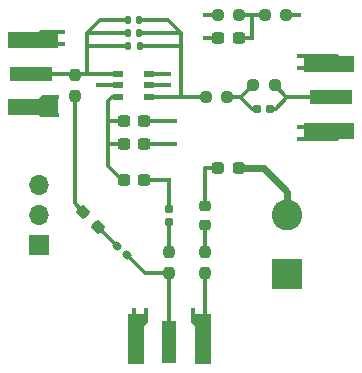
<source format=gbr>
%TF.GenerationSoftware,KiCad,Pcbnew,8.0.2*%
%TF.CreationDate,2025-01-11T01:11:34-03:00*%
%TF.ProjectId,LTC6268-10,4c544336-3236-4382-9d31-302e6b696361,rev?*%
%TF.SameCoordinates,Original*%
%TF.FileFunction,Copper,L1,Top*%
%TF.FilePolarity,Positive*%
%FSLAX46Y46*%
G04 Gerber Fmt 4.6, Leading zero omitted, Abs format (unit mm)*
G04 Created by KiCad (PCBNEW 8.0.2) date 2025-01-11 01:11:34*
%MOMM*%
%LPD*%
G01*
G04 APERTURE LIST*
G04 Aperture macros list*
%AMRoundRect*
0 Rectangle with rounded corners*
0 $1 Rounding radius*
0 $2 $3 $4 $5 $6 $7 $8 $9 X,Y pos of 4 corners*
0 Add a 4 corners polygon primitive as box body*
4,1,4,$2,$3,$4,$5,$6,$7,$8,$9,$2,$3,0*
0 Add four circle primitives for the rounded corners*
1,1,$1+$1,$2,$3*
1,1,$1+$1,$4,$5*
1,1,$1+$1,$6,$7*
1,1,$1+$1,$8,$9*
0 Add four rect primitives between the rounded corners*
20,1,$1+$1,$2,$3,$4,$5,0*
20,1,$1+$1,$4,$5,$6,$7,0*
20,1,$1+$1,$6,$7,$8,$9,0*
20,1,$1+$1,$8,$9,$2,$3,0*%
G04 Aperture macros list end*
%TA.AperFunction,SMDPad,CuDef*%
%ADD10R,3.600000X1.270000*%
%TD*%
%TA.AperFunction,SMDPad,CuDef*%
%ADD11R,4.200000X1.350000*%
%TD*%
%TA.AperFunction,SMDPad,CuDef*%
%ADD12RoundRect,0.237500X-0.250000X-0.237500X0.250000X-0.237500X0.250000X0.237500X-0.250000X0.237500X0*%
%TD*%
%TA.AperFunction,SMDPad,CuDef*%
%ADD13RoundRect,0.237500X-0.300000X-0.237500X0.300000X-0.237500X0.300000X0.237500X-0.300000X0.237500X0*%
%TD*%
%TA.AperFunction,ComponentPad*%
%ADD14R,2.600000X2.600000*%
%TD*%
%TA.AperFunction,ComponentPad*%
%ADD15C,2.600000*%
%TD*%
%TA.AperFunction,SMDPad,CuDef*%
%ADD16RoundRect,0.237500X0.250000X0.237500X-0.250000X0.237500X-0.250000X-0.237500X0.250000X-0.237500X0*%
%TD*%
%TA.AperFunction,SMDPad,CuDef*%
%ADD17R,0.870699X0.507200*%
%TD*%
%TA.AperFunction,SMDPad,CuDef*%
%ADD18RoundRect,0.237500X0.287500X0.237500X-0.287500X0.237500X-0.287500X-0.237500X0.287500X-0.237500X0*%
%TD*%
%TA.AperFunction,SMDPad,CuDef*%
%ADD19RoundRect,0.155000X-0.212500X-0.155000X0.212500X-0.155000X0.212500X0.155000X-0.212500X0.155000X0*%
%TD*%
%TA.AperFunction,SMDPad,CuDef*%
%ADD20RoundRect,0.155000X0.259862X-0.040659X-0.040659X0.259862X-0.259862X0.040659X0.040659X-0.259862X0*%
%TD*%
%TA.AperFunction,SMDPad,CuDef*%
%ADD21R,1.270000X3.600000*%
%TD*%
%TA.AperFunction,SMDPad,CuDef*%
%ADD22R,1.350000X4.200000*%
%TD*%
%TA.AperFunction,SMDPad,CuDef*%
%ADD23RoundRect,0.155000X0.155000X-0.212500X0.155000X0.212500X-0.155000X0.212500X-0.155000X-0.212500X0*%
%TD*%
%TA.AperFunction,SMDPad,CuDef*%
%ADD24RoundRect,0.218750X0.256250X-0.218750X0.256250X0.218750X-0.256250X0.218750X-0.256250X-0.218750X0*%
%TD*%
%TA.AperFunction,SMDPad,CuDef*%
%ADD25RoundRect,0.140000X-0.140000X-0.170000X0.140000X-0.170000X0.140000X0.170000X-0.140000X0.170000X0*%
%TD*%
%TA.AperFunction,SMDPad,CuDef*%
%ADD26RoundRect,0.237500X0.344715X-0.008839X-0.008839X0.344715X-0.344715X0.008839X0.008839X-0.344715X0*%
%TD*%
%TA.AperFunction,SMDPad,CuDef*%
%ADD27RoundRect,0.237500X0.237500X-0.250000X0.237500X0.250000X-0.237500X0.250000X-0.237500X-0.250000X0*%
%TD*%
%TA.AperFunction,SMDPad,CuDef*%
%ADD28RoundRect,0.237500X-0.237500X0.250000X-0.237500X-0.250000X0.237500X-0.250000X0.237500X0.250000X0*%
%TD*%
%TA.AperFunction,SMDPad,CuDef*%
%ADD29RoundRect,0.135000X-0.135000X-0.185000X0.135000X-0.185000X0.135000X0.185000X-0.135000X0.185000X0*%
%TD*%
%TA.AperFunction,ComponentPad*%
%ADD30R,1.700000X1.700000*%
%TD*%
%TA.AperFunction,ComponentPad*%
%ADD31O,1.700000X1.700000*%
%TD*%
%TA.AperFunction,SMDPad,CuDef*%
%ADD32RoundRect,0.237500X0.300000X0.237500X-0.300000X0.237500X-0.300000X-0.237500X0.300000X-0.237500X0*%
%TD*%
%TA.AperFunction,ViaPad*%
%ADD33C,0.450000*%
%TD*%
%TA.AperFunction,Conductor*%
%ADD34C,0.349300*%
%TD*%
%TA.AperFunction,Conductor*%
%ADD35C,0.600000*%
%TD*%
G04 APERTURE END LIST*
D10*
%TO.P,J4,1,In*%
%TO.N,Net-(J4-In)*%
X134620001Y-70000000D03*
D11*
%TO.P,J4,2,Ext*%
%TO.N,GND*%
X134420001Y-72825000D03*
X134420001Y-67175000D03*
%TD*%
D12*
%TO.P,R7,1*%
%TO.N,Net-(C7-Pad1)*%
X128007501Y-69000000D03*
%TO.P,R7,2*%
%TO.N,Net-(J4-In)*%
X129832501Y-69000000D03*
%TD*%
D13*
%TO.P,C4,1*%
%TO.N,VCC*%
X117057501Y-74000000D03*
%TO.P,C4,2*%
%TO.N,GND*%
X118782501Y-74000000D03*
%TD*%
D14*
%TO.P,J2,1,Pin_1*%
%TO.N,GND*%
X130920001Y-85000000D03*
D15*
%TO.P,J2,2,Pin_2*%
%TO.N,Net-(J2-Pin_2)*%
X130920001Y-80000000D03*
%TD*%
D16*
%TO.P,R3,1*%
%TO.N,VCC*%
X130832501Y-63000000D03*
%TO.P,R3,2*%
%TO.N,Net-(U1-+IN)*%
X129007501Y-63000000D03*
%TD*%
D17*
%TO.P,U1,1,OUT*%
%TO.N,Net-(U1-OUT)*%
X119231652Y-69950001D03*
%TO.P,U1,2,V-*%
%TO.N,GND*%
X119231652Y-69000000D03*
%TO.P,U1,3,+IN*%
%TO.N,Net-(U1-+IN)*%
X119231652Y-68049999D03*
%TO.P,U1,4,-IN*%
%TO.N,Net-(J1-In)*%
X116608350Y-68049999D03*
%TO.P,U1,5,\u002ASHDN*%
%TO.N,/Shutdown_L*%
X116608350Y-69000000D03*
%TO.P,U1,6,V+*%
%TO.N,VCC*%
X116608350Y-69950001D03*
%TD*%
D18*
%TO.P,L1,1*%
%TO.N,Net-(J2-Pin_2)*%
X126795001Y-76000000D03*
%TO.P,L1,2*%
%TO.N,VCC*%
X125045001Y-76000000D03*
%TD*%
D13*
%TO.P,C5,1*%
%TO.N,VCC*%
X117057501Y-72000000D03*
%TO.P,C5,2*%
%TO.N,GND*%
X118782501Y-72000000D03*
%TD*%
D19*
%TO.P,C7,1*%
%TO.N,Net-(C7-Pad1)*%
X128352501Y-71000000D03*
%TO.P,C7,2*%
%TO.N,Net-(J4-In)*%
X129487501Y-71000000D03*
%TD*%
D10*
%TO.P,J1,1,In*%
%TO.N,Net-(J1-In)*%
X109220001Y-68000000D03*
D11*
%TO.P,J1,2,Ext*%
%TO.N,GND*%
X109420001Y-65175000D03*
X109420001Y-70825000D03*
%TD*%
D20*
%TO.P,C3,1*%
%TO.N,Net-(J3-In)*%
X117321284Y-83401283D03*
%TO.P,C3,2*%
%TO.N,Net-(C3-Pad2)*%
X116518718Y-82598717D03*
%TD*%
D21*
%TO.P,J3,1,In*%
%TO.N,Net-(J3-In)*%
X120920001Y-90700000D03*
D22*
%TO.P,J3,2,Ext*%
%TO.N,GND*%
X118095001Y-90500000D03*
X123745001Y-90500000D03*
%TD*%
D23*
%TO.P,C1,1*%
%TO.N,Net-(C1-Pad1)*%
X120920001Y-80567500D03*
%TO.P,C1,2*%
%TO.N,GND*%
X120920001Y-79432500D03*
%TD*%
D24*
%TO.P,D1,1,K*%
%TO.N,Net-(D1-K)*%
X123920001Y-80787500D03*
%TO.P,D1,2,A*%
%TO.N,VCC*%
X123920001Y-79212500D03*
%TD*%
D25*
%TO.P,Cf2,1*%
%TO.N,Net-(J1-In)*%
X117440001Y-63500000D03*
%TO.P,Cf2,2*%
%TO.N,Net-(U1-OUT)*%
X118400001Y-63500000D03*
%TD*%
D13*
%TO.P,C2,1*%
%TO.N,VCC*%
X117057501Y-77000000D03*
%TO.P,C2,2*%
%TO.N,GND*%
X118782501Y-77000000D03*
%TD*%
D12*
%TO.P,R6,1*%
%TO.N,Net-(U1-OUT)*%
X124007501Y-70000000D03*
%TO.P,R6,2*%
%TO.N,Net-(C7-Pad1)*%
X125832501Y-70000000D03*
%TD*%
D26*
%TO.P,R2,1*%
%TO.N,Net-(C3-Pad2)*%
X114920001Y-81000000D03*
%TO.P,R2,2*%
%TO.N,Net-(JP1-A)*%
X113629531Y-79709530D03*
%TD*%
D27*
%TO.P,JP1,1,A*%
%TO.N,Net-(JP1-A)*%
X112920001Y-69912500D03*
%TO.P,JP1,2,B*%
%TO.N,Net-(J1-In)*%
X112920001Y-68087500D03*
%TD*%
D28*
%TO.P,R5,1*%
%TO.N,Net-(D1-K)*%
X123920001Y-83087500D03*
%TO.P,R5,2*%
%TO.N,GND*%
X123920001Y-84912500D03*
%TD*%
D16*
%TO.P,R4,1*%
%TO.N,Net-(U1-+IN)*%
X126832501Y-63000000D03*
%TO.P,R4,2*%
%TO.N,GND*%
X125007501Y-63000000D03*
%TD*%
D29*
%TO.P,Rf1,1*%
%TO.N,Net-(J1-In)*%
X117410001Y-65700000D03*
%TO.P,Rf1,2*%
%TO.N,Net-(U1-OUT)*%
X118430001Y-65700000D03*
%TD*%
D30*
%TO.P,SD_L1,1,A*%
%TO.N,VCC*%
X109920001Y-82540000D03*
D31*
%TO.P,SD_L1,2,C*%
%TO.N,/Shutdown_L*%
X109920001Y-80000000D03*
%TO.P,SD_L1,3,B*%
%TO.N,GND*%
X109920001Y-77460000D03*
%TD*%
D27*
%TO.P,R1,1*%
%TO.N,Net-(J3-In)*%
X120920001Y-84912500D03*
%TO.P,R1,2*%
%TO.N,Net-(C1-Pad1)*%
X120920001Y-83087500D03*
%TD*%
D32*
%TO.P,C6,1*%
%TO.N,Net-(U1-+IN)*%
X126782501Y-65000000D03*
%TO.P,C6,2*%
%TO.N,GND*%
X125057501Y-65000000D03*
%TD*%
D25*
%TO.P,Cf1,1*%
%TO.N,Net-(J1-In)*%
X117440001Y-64600000D03*
%TO.P,Cf1,2*%
%TO.N,Net-(U1-OUT)*%
X118400001Y-64600000D03*
%TD*%
D33*
%TO.N,GND*%
X131920001Y-66500000D03*
X131920001Y-67500000D03*
X131920001Y-73500000D03*
X123920001Y-65000000D03*
X117920001Y-88000000D03*
X121420001Y-74000000D03*
X121420001Y-72000000D03*
X111920001Y-64500000D03*
X120920001Y-69000000D03*
X120920001Y-77000000D03*
X131920001Y-72500000D03*
X123920001Y-88000000D03*
X122920001Y-88000000D03*
X123920001Y-63000000D03*
X118920001Y-88000000D03*
X111420001Y-70000000D03*
X111920001Y-65500000D03*
X111420001Y-71500000D03*
%TO.N,VCC*%
X123919997Y-78000004D03*
X131920001Y-63000000D03*
X115720001Y-72000000D03*
%TO.N,Net-(U1-+IN)*%
X127919998Y-65000003D03*
X120920001Y-68000000D03*
%TO.N,/Shutdown_L*%
X114920001Y-69000000D03*
%TD*%
D34*
%TO.N,GND*%
X122920001Y-89000000D02*
X122920001Y-88000000D01*
X135135001Y-66500000D02*
X135810001Y-67175000D01*
X109745001Y-65500000D02*
X111920001Y-65500000D01*
X109420001Y-70825000D02*
X110245001Y-70000000D01*
X123745001Y-89825000D02*
X122920001Y-89000000D01*
X131920001Y-66500000D02*
X135135001Y-66500000D01*
X135485001Y-67500000D02*
X131920001Y-67500000D01*
X135135001Y-73500000D02*
X131920001Y-73500000D01*
X118782502Y-72000000D02*
X121420001Y-72000000D01*
X110095001Y-71500000D02*
X109420001Y-70825000D01*
X110245001Y-70000000D02*
X111420001Y-70000000D01*
X109420001Y-65175000D02*
X110095001Y-64500000D01*
X118782501Y-74000000D02*
X121420001Y-74000000D01*
X123920001Y-90325000D02*
X123920001Y-88000000D01*
X135485001Y-72500000D02*
X135810001Y-72825000D01*
X135810001Y-72825000D02*
X135135001Y-73500000D01*
X125007501Y-63000000D02*
X123920001Y-63000000D01*
X117920001Y-90325000D02*
X117920001Y-88000000D01*
X118920001Y-89000000D02*
X118920001Y-88000000D01*
X118782501Y-77000000D02*
X120920001Y-77000000D01*
X120920001Y-79432500D02*
X120920001Y-77000000D01*
X123920001Y-84912500D02*
X123920001Y-88000000D01*
X125057501Y-65000000D02*
X123920001Y-65000000D01*
X123745001Y-90500000D02*
X123745001Y-89825000D01*
X131920001Y-72500000D02*
X135485001Y-72500000D01*
X117920001Y-90000000D02*
X118920001Y-89000000D01*
X123745001Y-90500000D02*
X123920001Y-90325000D01*
X135810001Y-67175000D02*
X135485001Y-67500000D01*
X109420001Y-65175000D02*
X109745001Y-65500000D01*
X117920001Y-90325000D02*
X117920001Y-90000000D01*
X111420001Y-71500000D02*
X110095001Y-71500000D01*
X119231652Y-69000000D02*
X120920001Y-69000000D01*
X110095001Y-64500000D02*
X111920001Y-64500000D01*
X118095001Y-90500000D02*
X117920001Y-90325000D01*
%TO.N,Net-(C1-Pad1)*%
X120920001Y-83087500D02*
X120920001Y-80567500D01*
%TO.N,Net-(J3-In)*%
X120920001Y-90700000D02*
X120920001Y-84912500D01*
X118832501Y-84912500D02*
X117321284Y-83401283D01*
X120920001Y-84912500D02*
X118832501Y-84912500D01*
%TO.N,VCC*%
X116920001Y-77000000D02*
X115720001Y-75800000D01*
X115720001Y-74000000D02*
X115720001Y-73800000D01*
X115720001Y-70300000D02*
X116070000Y-69950001D01*
X116070000Y-69950001D02*
X116608350Y-69950001D01*
X117057501Y-74000000D02*
X115720001Y-74000000D01*
X123920001Y-79212500D02*
X123920001Y-78000008D01*
X123919997Y-76062505D02*
X123919997Y-78000004D01*
X130832501Y-63000000D02*
X131920001Y-63000000D01*
X115720001Y-73800000D02*
X115720001Y-72000000D01*
X123920001Y-78000008D02*
X123919997Y-78000004D01*
X115720001Y-72000000D02*
X117057500Y-72000000D01*
X115720001Y-72000000D02*
X115720001Y-70300000D01*
X123982502Y-76000000D02*
X123919997Y-76062505D01*
X115720001Y-75800000D02*
X115720001Y-73800000D01*
X117057501Y-77000000D02*
X116920001Y-77000000D01*
X125045002Y-76000000D02*
X123982502Y-76000000D01*
%TO.N,Net-(C3-Pad2)*%
X116518718Y-82598717D02*
X114920001Y-81000000D01*
%TO.N,Net-(U1-+IN)*%
X119231652Y-68049999D02*
X120920001Y-68000000D01*
X126832501Y-63000000D02*
X129007501Y-63000000D01*
X127920001Y-65000000D02*
X127919998Y-65000003D01*
X126782501Y-65000000D02*
X126782504Y-65000003D01*
X127920001Y-63000000D02*
X127920001Y-65000000D01*
X126782504Y-65000003D02*
X127919998Y-65000003D01*
%TO.N,Net-(J4-In)*%
X129832501Y-69000000D02*
X130832501Y-70000000D01*
X129920001Y-71000000D02*
X129487501Y-71000000D01*
X130832501Y-70000000D02*
X130832501Y-70087500D01*
X130832501Y-70000000D02*
X134510001Y-70000000D01*
X130832501Y-70087500D02*
X129920001Y-71000000D01*
%TO.N,Net-(U1-OUT)*%
X121920001Y-64600000D02*
X121920001Y-69950001D01*
X123957502Y-69950001D02*
X124007501Y-70000000D01*
X121920001Y-69950001D02*
X123957502Y-69950001D01*
X119231652Y-69950001D02*
X121920001Y-69950001D01*
X120820001Y-63500000D02*
X118400001Y-63500000D01*
X121920001Y-64600000D02*
X118400001Y-64600000D01*
X118430001Y-65700000D02*
X121920001Y-65700000D01*
X121920001Y-64600000D02*
X120820001Y-63500000D01*
%TO.N,Net-(J1-In)*%
X117440001Y-63500000D02*
X115020001Y-63500000D01*
X112920001Y-68087500D02*
X113007501Y-68000000D01*
X117410001Y-65700000D02*
X113920001Y-65700000D01*
X114920001Y-68000000D02*
X116487642Y-68000000D01*
X113007501Y-68000000D02*
X114920001Y-68000000D01*
X112832501Y-68000000D02*
X112920001Y-68087500D01*
X113920001Y-64600000D02*
X113920001Y-67900000D01*
X113920001Y-64600000D02*
X117440001Y-64600000D01*
X115020001Y-63500000D02*
X113920001Y-64600000D01*
X109830001Y-68000000D02*
X112832501Y-68000000D01*
X116487642Y-68000000D02*
G75*
G02*
X116608328Y-68050021I-42J-170700D01*
G01*
%TO.N,Net-(D1-K)*%
X123920001Y-83087500D02*
X123920001Y-80787500D01*
D35*
%TO.N,Net-(J2-Pin_2)*%
X130920001Y-78000000D02*
X128920001Y-76000000D01*
X128920001Y-76000000D02*
X126795000Y-76000000D01*
X130920001Y-80000000D02*
X130920001Y-78000000D01*
D34*
%TO.N,/Shutdown_L*%
X114920001Y-69000000D02*
X116608350Y-69000000D01*
%TO.N,Net-(JP1-A)*%
X113629531Y-79709530D02*
X112920001Y-79000000D01*
X112920001Y-79000000D02*
X112920001Y-69912500D01*
%TO.N,Net-(C7-Pad1)*%
X127920001Y-71000000D02*
X128352501Y-71000000D01*
X127007501Y-70000000D02*
X128007501Y-69000000D01*
X125832501Y-70000000D02*
X126920001Y-70000000D01*
X126920001Y-70000000D02*
X127920001Y-71000000D01*
X126920001Y-70000000D02*
X127007501Y-70000000D01*
%TD*%
M02*

</source>
